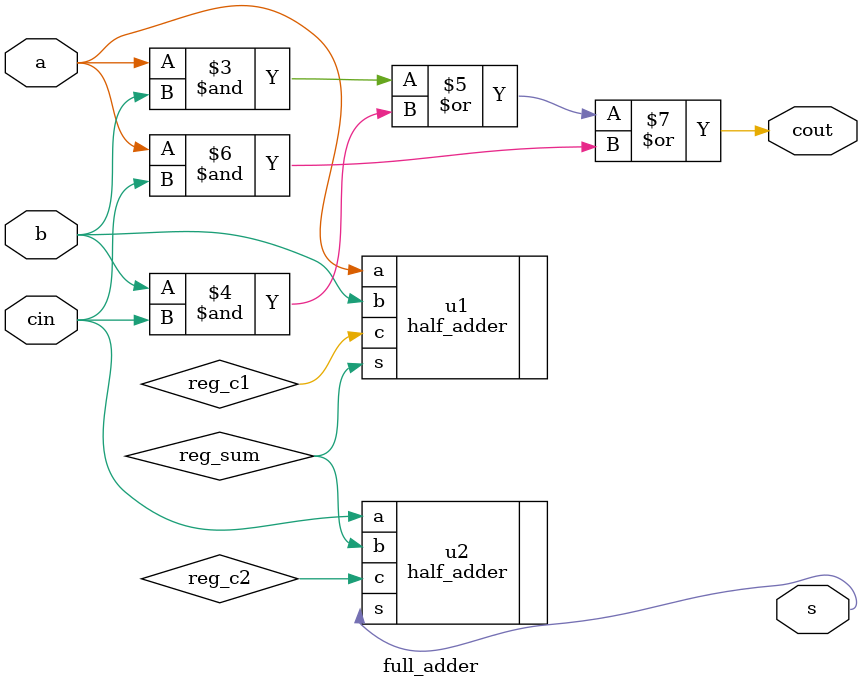
<source format=v>
module full_adder(
    a, b, cin,
    s, cout
    );

input a, b, cin;
output s, cout;

wire reg_c1, reg_c2;
wire reg_sum;

half_adder u1 (.a(a), .b(b), .s(reg_sum), .c(reg_c1));
half_adder u2 (.a(cin), .b(reg_sum), .s(s), .c(reg_c2));

assign sum = a ^ b ^ cin;
assign cout = (a & b) | ( b & cin) | ( a & cin);
endmodule
</source>
